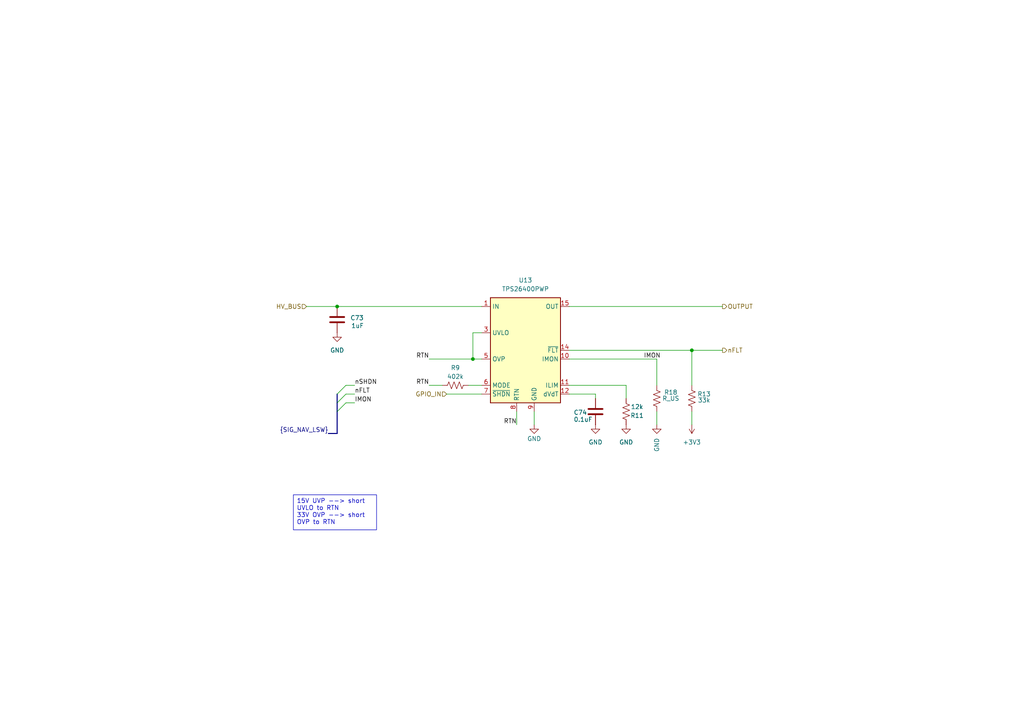
<source format=kicad_sch>
(kicad_sch (version 20250114) (generator "eeschema") (generator_version "9.0")
  (paper "A4")
  (lib_symbols
    (symbol "Device:C" (pin_numbers (hide yes)) (pin_names (offset 0.254))
      (property "Reference" "C" (at 0.635 2.54 0))
      (property "Value" "C" (at 0.635 -2.54 0))
      (symbol "C_0_1"
        (polyline (pts (xy -2.032 0.762) (xy 2.032 0.762)) (stroke (width 0.508)))
        (polyline (pts (xy -2.032 -0.762) (xy 2.032 -0.762)) (stroke (width 0.508)))
      )
      (symbol "C_1_1"
        (pin passive line (at 0 3.81 270) (length 2.794) (name "~") (number "1"))
        (pin passive line (at 0 -3.81 90) (length 2.794) (name "~") (number "2"))
      )
    )
    (symbol "Device:R_US" (pin_numbers (hide yes)) (pin_names (offset 0))
      (property "Reference" "R" (at 2.54 0 90))
      (property "Value" "R_US" (at -2.54 0 90))
      (symbol "R_US_0_1"
        (polyline (pts (xy 0 2.286) (xy 0 2.54)))
        (polyline (pts (xy 0 2.286) (xy 1.016 1.905) (xy 0 1.524) (xy -1.016 1.143) (xy 0 0.762)))
        (polyline (pts (xy 0 0.762) (xy 1.016 0.381) (xy 0 0) (xy -1.016 -0.381) (xy 0 -0.762)))
        (polyline (pts (xy 0 -0.762) (xy 1.016 -1.143) (xy 0 -1.524) (xy -1.016 -1.905) (xy 0 -2.286)))
        (polyline (pts (xy 0 -2.286) (xy 0 -2.54)))
      )
      (symbol "R_US_1_1"
        (pin passive line (at 0 3.81 270) (length 1.27) (name "~") (number "1"))
        (pin passive line (at 0 -3.81 90) (length 1.27) (name "~") (number "2"))
      )
    )
    (symbol "Power_Management:TPS26400PWP"
      (property "Reference" "U" (at -8.89 16.764 0))
      (property "Value" "TPS26400PWP" (at 7.62 16.764 0))
      (symbol "TPS26400PWP_0_1"
        (rectangle (start -10.16 15.24) (end 10.16 -15.24) (stroke (width 0.254)) (fill (type background)))
      )
      (symbol "TPS26400PWP_1_0"
        (pin no_connect line (at -10.16 0 0) (length 2.54) (hide yes) (name "NC") (number "4"))
        (pin no_connect line (at 10.16 -8.89 180) (length 2.54) (hide yes) (name "NC") (number "13"))
      )
      (symbol "TPS26400PWP_1_1"
        (pin power_in line (at -12.7 12.7 0) (length 2.54) (name "IN") (number "1"))
        (pin passive line (at -12.7 12.7 0) (length 2.54) (hide yes) (name "IN") (number "2"))
        (pin input line (at -12.7 5.08 0) (length 2.54) (name "UVLO") (number "3"))
        (pin input line (at -12.7 -2.54 0) (length 2.54) (name "OVP") (number "5"))
        (pin input line (at -12.7 -10.16 0) (length 2.54) (name "MODE") (number "6"))
        (pin input line (at -12.7 -12.7 0) (length 2.54) (name "~{SHDN}") (number "7"))
        (pin passive line (at -2.54 -17.78 90) (length 2.54) (hide yes) (name "RTN") (number "17"))
        (pin passive line (at -2.54 -17.78 90) (length 2.54) (name "RTN") (number "8"))
        (pin power_in line (at 2.54 -17.78 90) (length 2.54) (name "GND") (number "9"))
        (pin power_out line (at 12.7 12.7 180) (length 2.54) (name "OUT") (number "15"))
        (pin passive line (at 12.7 12.7 180) (length 2.54) (hide yes) (name "OUT") (number "16"))
        (pin open_collector line (at 12.7 0 180) (length 2.54) (name "~{FLT}") (number "14"))
        (pin output line (at 12.7 -2.54 180) (length 2.54) (name "IMON") (number "10"))
        (pin passive line (at 12.7 -10.16 180) (length 2.54) (name "ILIM") (number "11"))
        (pin passive line (at 12.7 -12.7 180) (length 2.54) (name "dVdT") (number "12"))
      )
    )
    (symbol "power:+3V3" (power) (pin_numbers (hide yes)) (pin_names (offset 0) (hide yes))
      (property "Value" "+3V3" (at 0 3.556 0))
      (symbol "+3V3_0_1"
        (polyline (pts (xy -0.762 1.27) (xy 0 2.54)))
        (polyline (pts (xy 0 2.54) (xy 0.762 1.27)))
        (polyline (pts (xy 0 0) (xy 0 2.54)))
      )
      (symbol "+3V3_1_1"
        (pin power_in line (at 0 0 90) (length 0) (name "~") (number "1"))
      )
    )
    (symbol "power:GND" (power) (pin_numbers (hide yes)) (pin_names (offset 0) (hide yes))
      (property "Value" "GND" (at 0 -3.81 0))
      (symbol "GND_0_1"
        (polyline (pts (xy 0 0) (xy 0 -1.27) (xy 1.27 -1.27) (xy 0 -2.54) (xy -1.27 -1.27) (xy 0 -1.27)))
      )
      (symbol "GND_1_1"
        (pin power_in line (at 0 0 270) (length 0) (name "~") (number "1"))
      )
    )
  )
  (bus_alias "SIG_NAV_LSW" (members "nSHDN" "nFLT" "IMON"))
  (text_box "15V UVP --> short UVLO to RTN\n33V OVP --> short OVP to RTN" (at 85.09 143.51 0) (size 24.13 10.16) (margins 0.9525 0.9525 0.9525 0.9525) (effects (font (size 1.27 1.27)) (justify left top)))
  (junction (at 200.66 101.6))
  (junction (at 97.79 88.9))
  (junction (at 137.16 104.14))
  (bus_entry (at 100.33 114.3) (size -2.54 2.54))
  (bus_entry (at 100.33 111.76) (size -2.54 2.54))
  (bus_entry (at 100.33 116.84) (size -2.54 2.54))
  (wire (pts (xy 190.5 119.38) (xy 190.5 123.19)))
  (bus (pts (xy 97.79 114.3) (xy 97.79 116.84)))
  (wire (pts (xy 137.16 104.14) (xy 139.7 104.14)))
  (wire (pts (xy 181.61 111.76) (xy 165.1 111.76)))
  (wire (pts (xy 190.5 104.14) (xy 190.5 111.76)))
  (wire (pts (xy 129.54 114.3) (xy 139.7 114.3)))
  (wire (pts (xy 181.61 115.57) (xy 181.61 111.76)))
  (wire (pts (xy 124.46 111.76) (xy 128.27 111.76)))
  (wire (pts (xy 97.79 88.9) (xy 139.7 88.9)))
  (bus (pts (xy 97.79 125.73) (xy 95.25 125.73)))
  (wire (pts (xy 200.66 119.38) (xy 200.66 123.19)))
  (wire (pts (xy 137.16 96.52) (xy 139.7 96.52)))
  (wire (pts (xy 200.66 101.6) (xy 209.55 101.6)))
  (wire (pts (xy 165.1 101.6) (xy 200.66 101.6)))
  (wire (pts (xy 139.7 111.76) (xy 135.89 111.76)))
  (wire (pts (xy 100.33 114.3) (xy 102.87 114.3)))
  (wire (pts (xy 165.1 104.14) (xy 190.5 104.14)))
  (wire (pts (xy 88.9 88.9) (xy 97.79 88.9)))
  (wire (pts (xy 137.16 96.52) (xy 137.16 104.14)))
  (wire (pts (xy 200.66 111.76) (xy 200.66 101.6)))
  (wire (pts (xy 149.86 119.38) (xy 149.86 123.19)))
  (wire (pts (xy 172.72 114.3) (xy 165.1 114.3)))
  (wire (pts (xy 124.46 104.14) (xy 137.16 104.14)))
  (bus (pts (xy 97.79 119.38) (xy 97.79 125.73)))
  (wire (pts (xy 172.72 115.57) (xy 172.72 114.3)))
  (wire (pts (xy 154.94 123.19) (xy 154.94 119.38)))
  (wire (pts (xy 102.87 111.76) (xy 100.33 111.76)))
  (bus (pts (xy 97.79 116.84) (xy 97.79 119.38)))
  (wire (pts (xy 165.1 88.9) (xy 209.55 88.9)))
  (wire (pts (xy 102.87 116.84) (xy 100.33 116.84)))
  (label "RTN" (at 124.46 111.76 180))
  (label "RTN" (at 124.46 104.14 180))
  (label "IMON" (at 186.69 104.14 0))
  (label "IMON" (at 102.87 116.84 0))
  (label "RTN" (at 149.86 123.19 180))
  (label "nFLT" (at 102.87 114.3 0))
  (label "nSHDN" (at 102.87 111.76 0))
  (label "{SIG_NAV_LSW}" (at 95.25 125.73 180))
  (hierarchical_label "GPIO_IN" (shape input) (at 129.54 114.3 180))
  (hierarchical_label "OUTPUT" (shape output) (at 209.55 88.9 0))
  (hierarchical_label "nFLT" (shape output) (at 209.55 101.6 0))
  (hierarchical_label "HV_BUS" (shape input) (at 88.9 88.9 180))
  (symbol (lib_id "Device:C") (at 172.72 119.38 0) (unit 1)
    (property "Reference" "C74" (at 166.37 119.634 0) (effects (justify left)))
    (property "Value" "0.1uF" (at 166.37 121.666 0) (effects (justify left)))
    (property "Footprint" "Capacitor_SMD:C_0603_1608Metric" (effects (hide yes)))
    (property "Datasheet" "https://mm.digikey.com/Volume0/opasdata/d220001/medias/docus/609/CL10B104KB8NNNC_Spec.pdf" (effects (hide yes)))
    (property "Description" "0.1 µF ±10% 50V Ceramic Capacitor X7R 0603 (1608 Metric)" (effects (hide yes)))
    (property "Mfr" "Samsung Electro-Mechanics" (effects (hide yes)))
    (property "Mfr P/N" "CL10B104KB8NNNC" (effects (hide yes)))
    (property "Supplier_1" "DigiKey" (effects (hide yes)))
    (property "Supplier_1 P/N" "1276-1000-2-ND" (effects (hide yes)))
    (property "Supplier_1 Unit Price" "$0.08" (effects (hide yes)))
    (property "Supplier_1_Price @ QTY" "1" (effects (hide yes)))
  )
  (symbol (lib_id "Device:R_US") (at 132.08 111.76 90) (unit 1)
    (property "Reference" "R8" (at 132.08 106.68 90))
    (property "Value" "402k" (at 132.08 109.22 90))
    (property "Footprint" "Resistor_SMD:R_0603_1608Metric" (effects (hide yes)))
    (property "Datasheet" "https://jlcpcb.com/api/file/downloadByFileSystemAccessId/8589954042190733312" (effects (hide yes)))
    (property "Description" "-55℃~+155℃ 100mW 402kΩ 75V Thin Film Resistor ±0.1% ±50ppm/℃ 0603 Chip Resistor - Surface Mount ROHS" (effects (hide yes)))
    (property "Mfr" " YAGEO" (effects (hide yes)))
    (property "Mfr P/N" "RT0603BRE07402KL" (effects (hide yes)))
    (property "Supplier_2" "JLCPCB" (effects (hide yes)))
    (property "Supplier_2 P/N" "C849744" (effects (hide yes)))
    (property "Supplier_2 Unit Price" " 0.0272" (effects (hide yes)))
    (property "Supplier_2 Price @ Qty" "1" (effects (hide yes)))
    (instances (project "" (path "" (reference "R9") (unit 1)) (path "" (reference "R8") (unit 1))))
  )
  (symbol (lib_id "power:GND") (at 97.79 96.52 0) (unit 1)
    (property "Reference" "#PWR0120" (effects (hide yes)))
    (property "Value" "GND" (at 97.79 101.6 0))
    (property "Description" "Power symbol creates a global label with name \"GND\" , ground" (effects (hide yes)))
  )
  (symbol (lib_id "power:GND") (at 172.72 123.19 0) (unit 1)
    (property "Reference" "#PWR028" (effects (hide yes)))
    (property "Value" "GND" (at 172.72 128.27 0))
    (property "Description" "Power symbol creates a global label with name \"GND\" , ground" (effects (hide yes)))
    (instances (project "" (path "" (reference "#PWR029") (unit 1)) (path "" (reference "#PWR028") (unit 1))))
  )
  (symbol (lib_id "power:+3V3") (at 200.66 123.19 180) (unit 1)
    (property "Reference" "#PWR034" (effects (hide yes)))
    (property "Value" "+3V3" (at 200.66 128.27 0))
    (property "Description" "Power symbol creates a global label with name \"+3V3\"" (effects (hide yes)))
    (instances (project "" (path "" (reference "#PWR035") (unit 1)) (path "" (reference "#PWR034") (unit 1))))
  )
  (symbol (lib_id "Device:C") (at 97.79 92.71 0) (unit 1)
    (property "Reference" "C73" (at 101.6 92.202 0) (effects (justify left)))
    (property "Value" "1uF" (at 101.854 94.488 0) (effects (justify left)))
    (property "Footprint" "Capacitor_SMD:C_0603_1608Metric" (effects (hide yes)))
    (property "Datasheet" "https://mm.digikey.com/Volume0/opasdata/d220001/medias/docus/506/UMK107AB7105KA-T_SS.pdf" (effects (hide yes)))
    (property "Description" "1 µF ±10% 50V Ceramic Capacitor X7R 0603 (1608 Metric)" (effects (hide yes)))
    (property "Mfr" "Taiyo Yuden" (effects (hide yes)))
    (property "Mfr P/N" "UMK107AB7105KA-T" (effects (hide yes)))
    (property "Supplier_1" "DigiKey" (effects (hide yes)))
    (property "Supplier_1 P/N" "UMK107AB7105KA-T" (effects (hide yes)))
    (property "Supplier_1 Unit Price" "$0.08" (effects (hide yes)))
    (property "Supplier_1_Price @ QTY" "1" (effects (hide yes)))
    (property "Supplier_2" "JLCPCB" (effects (hide yes)))
    (property "Supplier_2 P/N" "C105174" (effects (hide yes)))
    (property "Supplier_2 Unit Price" "0.0155" (effects (hide yes)))
    (property "Supplier_2_Price @ QTY" "1" (effects (hide yes)))
  )
  (symbol (lib_id "power:GND") (at 154.94 123.19 0) (unit 1)
    (property "Reference" "#PWR0121" (effects (hide yes)))
    (property "Value" "GND" (at 154.94 127.254 0))
    (property "Description" "Power symbol creates a global label with name \"GND\" , ground" (effects (hide yes)))
  )
  (symbol (lib_id "power:GND") (at 181.61 123.19 0) (unit 1)
    (property "Reference" "#PWR030" (effects (hide yes)))
    (property "Value" "GND" (at 181.61 128.27 0))
    (property "Description" "Power symbol creates a global label with name \"GND\" , ground" (effects (hide yes)))
    (instances (project "PowerBoard" (path "" (reference "#PWR031") (unit 1)) (path "" (reference "#PWR030") (unit 1))))
  )
  (symbol (lib_id "Device:R_US") (at 190.5 115.57 0) (unit 1)
    (property "Reference" "R17" (at 194.564 113.792 0))
    (property "Value" "R_US" (at 194.564 115.57 0))
    (property "Footprint" "Resistor_SMD:R_0603_1608Metric" (effects (hide yes)))
    (property "Description" "Resistor, US symbol" (effects (hide yes)))
    (instances (project "" (path "" (reference "R18") (unit 1)) (path "" (reference "R17") (unit 1))))
  )
  (symbol (lib_id "Power_Management:TPS26400PWP") (at 152.4 101.6 0) (unit 1)
    (property "Reference" "U13" (at 152.4 81.28 0))
    (property "Value" "TPS26400PWP" (at 152.4 83.82 0))
    (property "Footprint" "Package_DFN_QFN:VQFN-24-1EP_4x4mm_P0.5mm_EP2.45x2.45mm_ThermalVias" (effects (hide yes)))
    (property "Datasheet" "https://www.ti.com/lit/ds/symlink/tps2640.pdf" (effects (hide yes)))
    (property "Description" "42V, 2A Current Limiting, Industrial eFuse, Reverse Current Blocking, Adjustable Overvoltage cut-off, Active Current Limiting, Circuit Breaker with auto-retry, HTSSOP-16" (effects (hide yes)))
    (property "Mfr" "Texas Instruments" (effects (hide yes)))
    (property "Mfr P/N" "TPS26400RHFR" (effects (hide yes)))
    (property "Supplier_1" "Digikey" (effects (hide yes)))
    (property "Supplier_1 P/N" "296-TPS26400RHFRTR-ND" (effects (hide yes)))
    (property "Supplier_1 Unit Price" "2.85000" (effects (hide yes)))
    (property "Supplier_1 Price @ QTY" "1" (effects (hide yes)))
    (property "Supplier_2" "JLCPCB" (effects (hide yes)))
    (property "Supplier_2 P/N" "C2876715" (effects (hide yes)))
    (property "Supplier_2 Unit Price" "2.6981" (effects (hide yes)))
    (property "Supplier_2 Price @ QTY" "1" (effects (hide yes)))
  )
  (symbol (lib_id "Device:R_US") (at 181.61 119.38 180) (unit 1)
    (property "Reference" "R10" (at 184.785 120.523 0))
    (property "Value" "12k" (at 184.785 117.983 0))
    (property "Footprint" "Resistor_SMD:R_0603_1608Metric" (effects (hide yes)))
    (property "Datasheet" "https://jlcpcb.com/api/file/downloadByFileSystemAccessId/8588948593772675072" (effects (hide yes)))
    (property "Description" "55℃~+155℃ 100mW 12kΩ 75V Thin Film Resistor ±0.1% ±25ppm/℃ 0603 Chip Resistor - Surface Mount ROHS" (effects (hide yes)))
    (property "Mfr" "YAGEO" (effects (hide yes)))
    (property "Mfr P/N" " RT0603BRD0712KL" (effects (hide yes)))
    (property "Supplier_1" "Digikey" (effects (hide yes)))
    (property "Supplier_2" "JLCPCB" (effects (hide yes)))
    (property "Supplier_2 P/N" " C326735" (effects (hide yes)))
    (property "Supplier_2 Unit Price" "0.0253" (effects (hide yes)))
    (property "Supplier_2 Price @ Qty" "1" (effects (hide yes)))
    (instances (project "" (path "" (reference "R11") (unit 1)) (path "" (reference "R10") (unit 1))))
  )
  (symbol (lib_id "Device:R_US") (at 200.66 115.57 180) (unit 1)
    (property "Reference" "R12" (at 204.216 114.3 0))
    (property "Value" "33k" (at 204.216 116.078 0))
    (property "Footprint" "Resistor_SMD:R_0603_1608Metric" (effects (hide yes)))
    (property "Datasheet" "https://industrial.panasonic.com/cdbs/www-data/pdf/RDM0000/AOA0000C307.pdf" (effects (hide yes)))
    (property "Description" "RES SMD 33K OHM 0.1% 1/10W 0603" (effects (hide yes)))
    (property "Mfr" "Panasonic Electronic Components" (effects (hide yes)))
    (property "Mfr P/N" "ERA-3AEB333V" (effects (hide yes)))
    (property "Supplier_1" "Digikey" (effects (hide yes)))
    (property "Supplier_1 P/N" "P33KDBTR-ND" (effects (hide yes)))
    (property "Supplier_1 Unit Price" "0.10000" (effects (hide yes)))
    (property "Supplier_1 Price @ Qty" "1" (effects (hide yes)))
    (property "Supplier_2" "JLCPCB" (effects (hide yes)))
    (property "Supplier_2 P/N" "C445637" (effects (hide yes)))
    (property "Supplier_2 Unit Price" "0.0726" (effects (hide yes)))
    (property "Supplier_2 Price @ Qty" "1" (effects (hide yes)))
    (instances (project "PowerBoard" (path "" (reference "R13") (unit 1)) (path "" (reference "R12") (unit 1))))
  )
  (symbol (lib_id "power:GND") (at 190.5 123.19 0) (unit 1)
    (property "Reference" "#PWR032" (effects (hide yes)))
    (property "Value" "GND" (at 190.5001 127 90) (effects (justify right)))
    (property "Description" "Power symbol creates a global label with name \"GND\" , ground" (effects (hide yes)))
    (instances (project "PowerBoard" (path "" (reference "#PWR033") (unit 1)) (path "" (reference "#PWR032") (unit 1))))
  )
)
</source>
